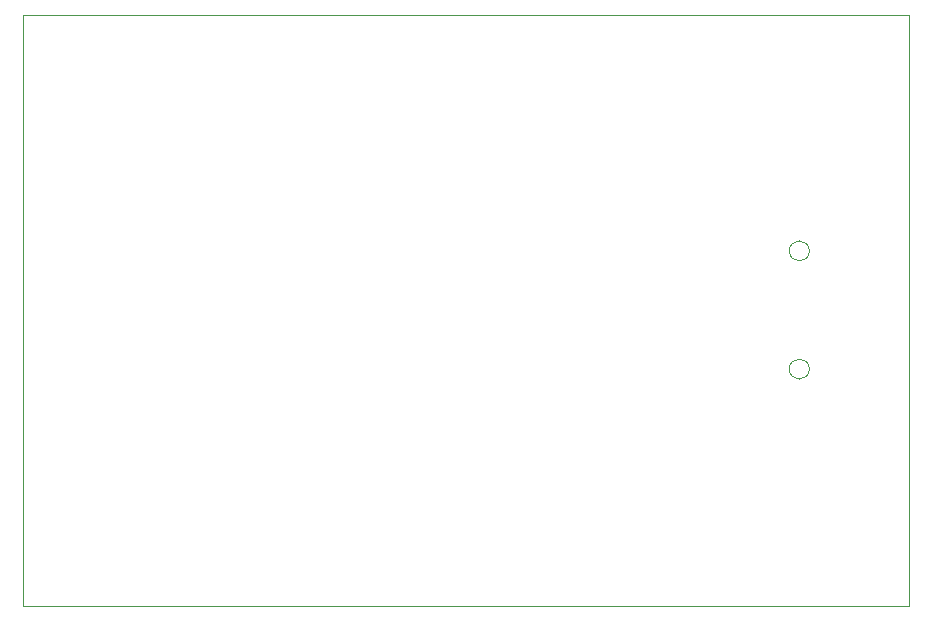
<source format=gbr>
%TF.GenerationSoftware,KiCad,Pcbnew,9.0.2*%
%TF.CreationDate,2025-06-25T14:41:33+05:30*%
%TF.ProjectId,DevBoard_F1C100s,44657642-6f61-4726-945f-463143313030,rev?*%
%TF.SameCoordinates,Original*%
%TF.FileFunction,Profile,NP*%
%FSLAX46Y46*%
G04 Gerber Fmt 4.6, Leading zero omitted, Abs format (unit mm)*
G04 Created by KiCad (PCBNEW 9.0.2) date 2025-06-25 14:41:33*
%MOMM*%
%LPD*%
G01*
G04 APERTURE LIST*
%TA.AperFunction,Profile*%
%ADD10C,0.100000*%
%TD*%
G04 APERTURE END LIST*
D10*
X123200000Y-97130000D02*
X198200000Y-97130000D01*
X198200000Y-147130000D01*
X123200000Y-147130000D01*
X123200000Y-97130000D01*
%TO.C,J104*%
X189800000Y-117100000D02*
G75*
G02*
X188100000Y-117100000I-850000J0D01*
G01*
X188100000Y-117100000D02*
G75*
G02*
X189800000Y-117100000I850000J0D01*
G01*
X189800000Y-127100000D02*
G75*
G02*
X188100000Y-127100000I-850000J0D01*
G01*
X188100000Y-127100000D02*
G75*
G02*
X189800000Y-127100000I850000J0D01*
G01*
%TD*%
M02*

</source>
